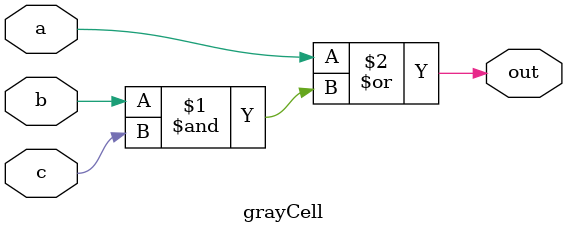
<source format=v>
`timescale 1ns / 1ps

module grayCell(output out,
                input a,
                input b,
                input c);
                
assign out = a | b & c;               
endmodule

</source>
